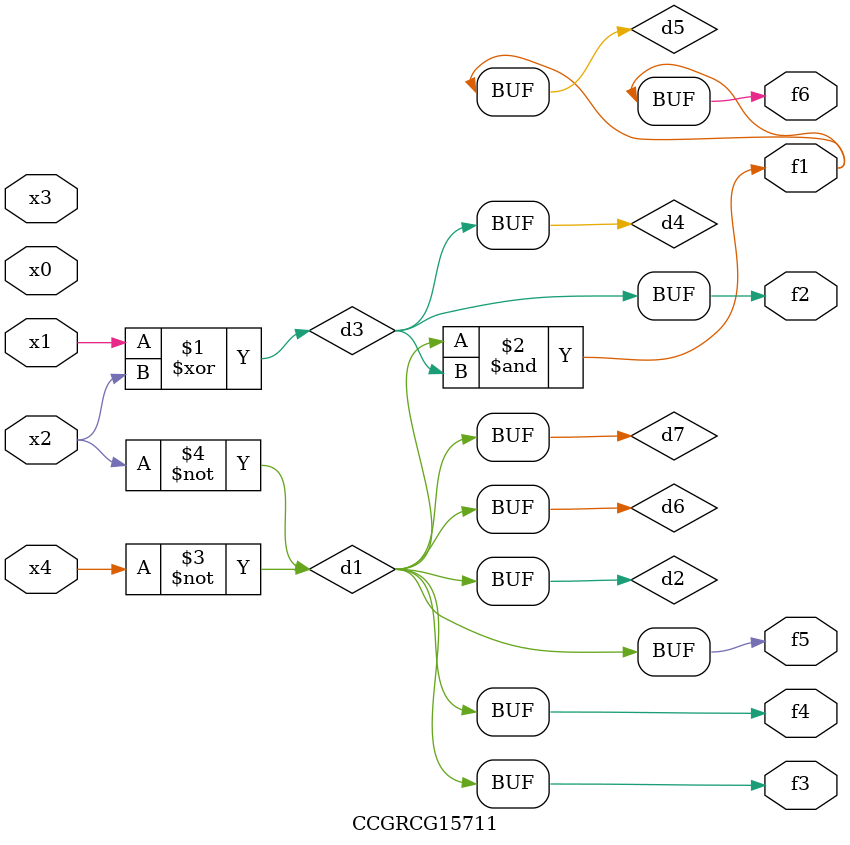
<source format=v>
module CCGRCG15711(
	input x0, x1, x2, x3, x4,
	output f1, f2, f3, f4, f5, f6
);

	wire d1, d2, d3, d4, d5, d6, d7;

	not (d1, x4);
	not (d2, x2);
	xor (d3, x1, x2);
	buf (d4, d3);
	and (d5, d1, d3);
	buf (d6, d1, d2);
	buf (d7, d2);
	assign f1 = d5;
	assign f2 = d4;
	assign f3 = d7;
	assign f4 = d7;
	assign f5 = d7;
	assign f6 = d5;
endmodule

</source>
